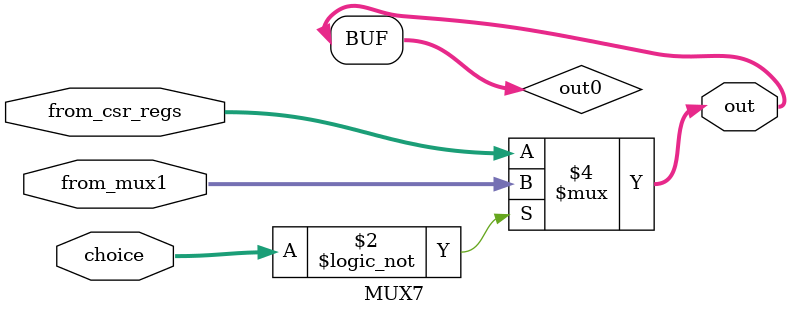
<source format=v>
`timescale 1ns / 1ps


module MUX7(
        input [1:0] choice,
        input [31:0] from_mux1,
        input [31:0] from_csr_regs,

        output [31:0] out
    );

reg [31:0 ] out0;
assign out = out0;

always @(*)begin
    if(choice == 2'b00)
        out0 = from_mux1;
    else
        out0 = from_csr_regs;
end
endmodule

</source>
